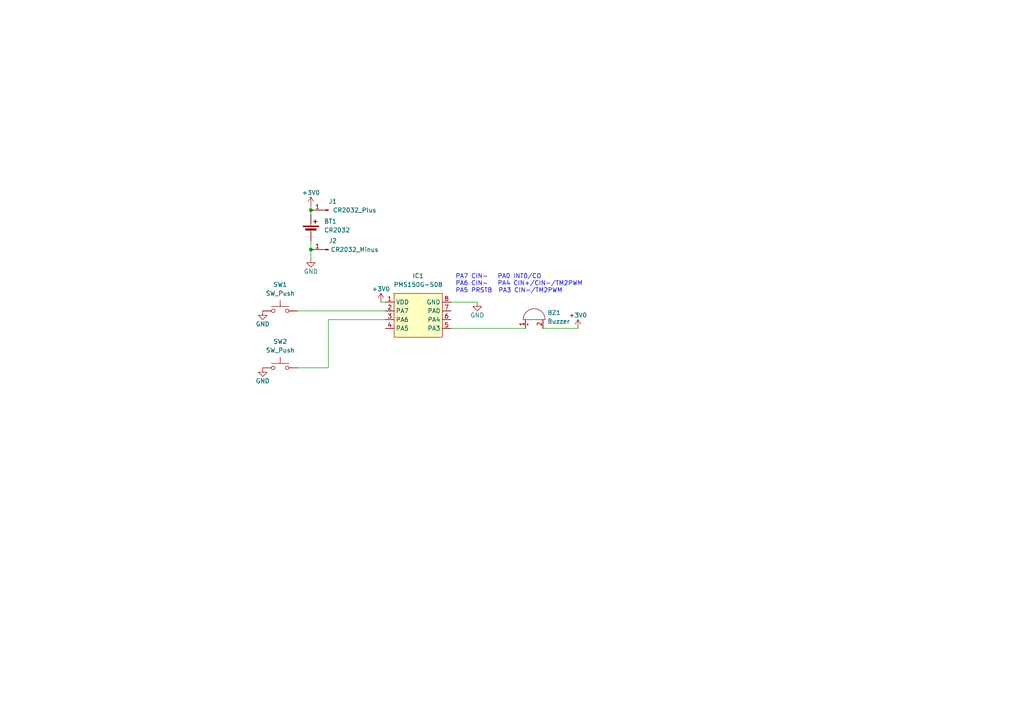
<source format=kicad_sch>
(kicad_sch (version 20230121) (generator eeschema)
  (paper "A4")
  (lib_symbols
    (symbol "CloverTimerLib:PMS150G-S08"
      (property "Reference" "IC" (at 8.89 11.43 0))
      (property "Value" "PMS150G-S08" (at 10.16 8.89 0))
      (symbol "PMS150G-S08_1_1"
        (rectangle (start 2.54 7.62) (end 16.51 -5.08) (fill (type background)))
        (pin input line (at 0 5.08 0) (length 2.54) (name "VDD") (number "1"))
        (pin input line (at 0 2.54 0) (length 2.54) (name "PA7") (number "2"))
        (pin input line (at 0 0 0) (length 2.54) (name "PA6") (number "3"))
        (pin input line (at 0 -2.54 0) (length 2.54) (name "PA5") (number "4"))
        (pin input line (at 19.05 -2.54 180) (length 2.54) (name "PA3") (number "5"))
        (pin input line (at 19.05 0 180) (length 2.54) (name "PA4") (number "6"))
        (pin input line (at 19.05 2.54 180) (length 2.54) (name "PA0") (number "7"))
        (pin input line (at 19.05 5.08 180) (length 2.54) (name "GND") (number "8"))
      )
    )
    (symbol "Connector:Conn_01x01_Pin" (pin_names (offset 1.016) hide)
      (property "Reference" "J" (at 0 2.54 0))
      (property "Value" "Conn_01x01_Pin" (at 0 -2.54 0))
      (symbol "Conn_01x01_Pin_1_1"
        (polyline (pts (xy 1.27 0) (xy 0.8636 0)) (stroke (width 0.1524)))
        (rectangle (start 0.8636 0.127) (end 0 -0.127) (stroke (width 0.1524)) (fill (type outline)))
        (pin passive line (at 5.08 0 180) (length 3.81) (name "Pin_1") (number "1"))
      )
    )
    (symbol "Device:Battery_Cell" (pin_numbers hide) (pin_names (offset 0) hide)
      (property "Reference" "BT" (at 2.54 2.54 0))
      (property "Value" "Battery_Cell" (at 2.54 0 0))
      (symbol "Battery_Cell_0_1"
        (rectangle (start -2.286 1.778) (end 2.286 1.524) (fill (type outline)))
        (rectangle (start -1.524 1.016) (end 1.524 0.508) (fill (type outline)))
        (polyline (pts (xy 0 0.762) (xy 0 0)))
        (polyline (pts (xy 0 1.778) (xy 0 2.54)))
        (polyline (pts (xy 0.762 3.048) (xy 1.778 3.048)) (stroke (width 0.254)))
        (polyline (pts (xy 1.27 3.556) (xy 1.27 2.54)) (stroke (width 0.254)))
      )
      (symbol "Battery_Cell_1_1"
        (pin passive line (at 0 5.08 270) (length 2.54) (name "+") (number "1"))
        (pin passive line (at 0 -2.54 90) (length 2.54) (name "-") (number "2"))
      )
    )
    (symbol "Device:Buzzer" (pin_names (offset 0.0254) hide)
      (property "Reference" "BZ" (at 3.81 1.27 0))
      (property "Value" "Buzzer" (at 3.81 -1.27 0))
      (symbol "Buzzer_0_1"
        (arc (start 0 -3.175) (mid 3.1612 0) (end 0 3.175))
        (polyline (pts (xy -1.651 1.905) (xy -1.143 1.905)))
        (polyline (pts (xy -1.397 2.159) (xy -1.397 1.651)))
        (polyline (pts (xy 0 3.175) (xy 0 -3.175)))
      )
      (symbol "Buzzer_1_1"
        (pin passive line (at -2.54 2.54 0) (length 2.54) (name "-") (number "1"))
        (pin passive line (at -2.54 -2.54 0) (length 2.54) (name "+") (number "2"))
      )
    )
    (symbol "Switch:SW_Push" (pin_numbers hide) (pin_names (offset 1.016) hide)
      (property "Reference" "SW" (at 1.27 2.54 0))
      (property "Value" "SW_Push" (at 0 -1.524 0))
      (symbol "SW_Push_0_1"
        (circle (center -2.032 0) (radius 0.508))
        (polyline (pts (xy 0 1.27) (xy 0 3.048)))
        (polyline (pts (xy 2.54 1.27) (xy -2.54 1.27)))
        (circle (center 2.032 0) (radius 0.508))
        (pin passive line (at -5.08 0 0) (length 2.54) (name "1") (number "1"))
        (pin passive line (at 5.08 0 180) (length 2.54) (name "2") (number "2"))
      )
    )
    (symbol "power:+3V0" (power) (pin_names (offset 0))
      (property "Value" "+3V0" (at 0 3.556 0))
      (symbol "+3V0_0_1"
        (polyline (pts (xy -0.762 1.27) (xy 0 2.54)))
        (polyline (pts (xy 0 0) (xy 0 2.54)))
        (polyline (pts (xy 0 2.54) (xy 0.762 1.27)))
      )
      (symbol "+3V0_1_1"
        (pin power_in line (at 0 0 90) (length 0) hide (name "+3V0") (number "1"))
      )
    )
    (symbol "power:GND" (power) (pin_names (offset 0))
      (property "Value" "GND" (at 0 -3.81 0))
      (symbol "GND_0_1"
        (polyline (pts (xy 0 0) (xy 0 -1.27) (xy 1.27 -1.27) (xy 0 -2.54) (xy -1.27 -1.27) (xy 0 -1.27)))
      )
      (symbol "GND_1_1"
        (pin power_in line (at 0 0 270) (length 0) hide (name "GND") (number "1"))
      )
    )
  )
  (junction (at 90.17 72.39))
  (junction (at 90.17 60.96))
  (wire (pts (xy 90.17 59.69) (xy 90.17 60.96)))
  (wire (pts (xy 86.36 90.17) (xy 111.76 90.17)))
  (wire (pts (xy 110.49 87.63) (xy 111.76 87.63)))
  (wire (pts (xy 138.43 87.63) (xy 130.81 87.63)))
  (wire (pts (xy 90.17 74.93) (xy 90.17 72.39)))
  (wire (pts (xy 111.76 92.71) (xy 95.25 92.71)))
  (wire (pts (xy 90.17 60.96) (xy 90.17 62.23)))
  (wire (pts (xy 95.25 92.71) (xy 95.25 106.68)))
  (wire (pts (xy 157.48 95.25) (xy 167.64 95.25)))
  (wire (pts (xy 86.36 106.68) (xy 95.25 106.68)))
  (wire (pts (xy 130.81 95.25) (xy 152.4 95.25)))
  (wire (pts (xy 90.17 72.39) (xy 90.17 69.85)))
  (text "PA7 CIN-   PA0 INT0/CO\nPA6 CIN-   PA4 CIN+/CIN-/TM2PWM\nPA5 PRSTB  PA3 CIN-/TM2PWM" (at 132.08 85.09 0) (effects (font (size 1.27 1.27)) (justify left bottom)))
  (symbol (lib_id "Switch:SW_Push") (at 81.28 106.68 0) (unit 1)
    (property "Reference" "SW2" (at 81.28 99.06 0))
    (property "Value" "SW_Push" (at 81.28 101.6 0))
    (property "Footprint" "clover_timer:SW_TS4548CJ" (effects hide))
  )
  (symbol (lib_id "power:+3V0") (at 90.17 59.69 0) (unit 1)
    (property "Reference" "#PWR04" (effects hide))
    (property "Value" "+3V0" (at 90.17 55.88 0))
  )
  (symbol (lib_id "Switch:SW_Push") (at 81.28 90.17 0) (unit 1)
    (property "Reference" "SW1" (at 81.28 82.55 0))
    (property "Value" "SW_Push" (at 81.28 85.09 0))
    (property "Footprint" "clover_timer:SW_TS4548CJ" (effects hide))
  )
  (symbol (lib_id "power:+3V0") (at 110.49 87.63 0) (unit 1)
    (property "Reference" "#PWR03" (effects hide))
    (property "Value" "+3V0" (at 110.49 83.82 0))
  )
  (symbol (lib_id "power:GND") (at 76.2 90.17 0) (unit 1)
    (property "Reference" "#PWR01" (effects hide))
    (property "Value" "GND" (at 76.2 93.98 0))
  )
  (symbol (lib_id "Connector:Conn_01x01_Pin") (at 95.25 60.96 180) (unit 1)
    (property "Reference" "J1" (at 96.52 58.42 0))
    (property "Value" "CR2032_Plus" (at 102.87 60.96 0))
    (property "Footprint" "clover_timer:CR2032_Plus" (effects hide))
  )
  (symbol (lib_id "Device:Battery_Cell") (at 90.17 67.31 0) (unit 1) (on_board no)
    (property "Reference" "BT1" (at 93.98 64.1985 0) (effects (justify left)))
    (property "Value" "CR2032" (at 93.98 66.7385 0) (effects (justify left)))
  )
  (symbol (lib_id "power:GND") (at 138.43 87.63 0) (unit 1)
    (property "Reference" "#PWR06" (effects hide))
    (property "Value" "GND" (at 138.43 91.44 0))
  )
  (symbol (lib_id "power:GND") (at 90.17 74.93 0) (unit 1)
    (property "Reference" "#PWR05" (effects hide))
    (property "Value" "GND" (at 90.17 78.74 0))
  )
  (symbol (lib_id "power:+3V0") (at 167.64 95.25 0) (unit 1)
    (property "Reference" "#PWR07" (effects hide))
    (property "Value" "+3V0" (at 167.64 91.44 0))
  )
  (symbol (lib_id "Device:Buzzer") (at 154.94 92.71 90) (unit 1)
    (property "Reference" "BZ1" (at 158.75 90.6849 90) (effects (justify right)))
    (property "Value" "Buzzer" (at 158.75 93.2249 90) (effects (justify right)))
    (property "Footprint" "clover_timer:Buzzer" (effects hide))
  )
  (symbol (lib_id "power:GND") (at 76.2 106.68 0) (unit 1)
    (property "Reference" "#PWR02" (effects hide))
    (property "Value" "GND" (at 76.2 110.49 0))
  )
  (symbol (lib_id "Connector:Conn_01x01_Pin") (at 95.25 72.39 180) (unit 1)
    (property "Reference" "J2" (at 96.52 69.85 0))
    (property "Value" "CR2032_Minus" (at 102.87 72.39 0))
    (property "Footprint" "clover_timer:CR2032_GND" (effects hide))
  )
  (symbol (lib_id "CloverTimerLib:PMS150G-S08") (at 111.76 92.71 0) (unit 1)
    (property "Reference" "IC1" (at 121.285 80.01 0))
    (property "Value" "PMS150G-S08" (at 121.285 82.55 0))
    (property "Footprint" "Package_SO:SOP-8_3.9x4.9mm_P1.27mm" (effects hide))
    (property "Datasheet" "http://www.padauk.com.tw/upload/doc/PMS15B,PMS150G%C2%A0datasheet_EN_V008_20230216.pdf" (effects hide))
  )
)
</source>
